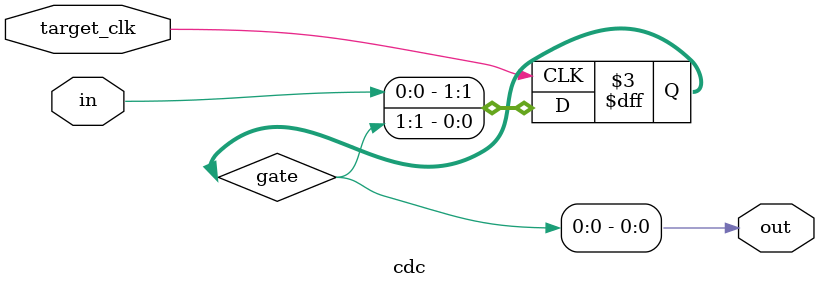
<source format=v>
`default_nettype none

(* nolatches *)
module cdc #(
		parameter DEPTH = 2,
	) (
		input  wire target_clk,
		input  wire in,
		output wire out,
	);

	reg [DEPTH-1:0] gate;

	assign out = gate[0];

	integer i;

	always @(posedge target_clk) begin
		for (i = 0; i < DEPTH - 1; i = i + 1)
			gate[i] <= gate[i + 1];
		gate[DEPTH - 1] <= in;
	end

endmodule

</source>
